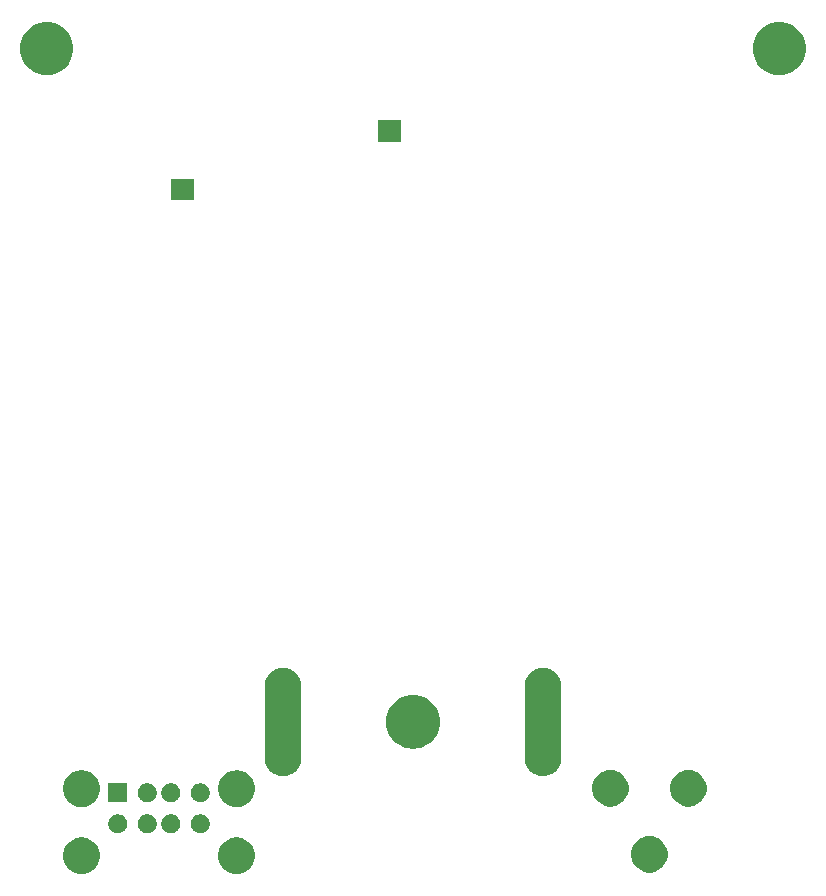
<source format=gbs>
G04 #@! TF.GenerationSoftware,KiCad,Pcbnew,(5.1.2)-2*
G04 #@! TF.CreationDate,2019-06-29T18:25:01+02:00*
G04 #@! TF.ProjectId,Milwaukee_USB_charger,4d696c77-6175-46b6-9565-5f5553425f63,rev?*
G04 #@! TF.SameCoordinates,Original*
G04 #@! TF.FileFunction,Soldermask,Bot*
G04 #@! TF.FilePolarity,Negative*
%FSLAX46Y46*%
G04 Gerber Fmt 4.6, Leading zero omitted, Abs format (unit mm)*
G04 Created by KiCad (PCBNEW (5.1.2)-2) date 2019-06-29 18:25:01*
%MOMM*%
%LPD*%
G04 APERTURE LIST*
%ADD10C,0.100000*%
G04 APERTURE END LIST*
D10*
G36*
X85372585Y-105808802D02*
G01*
X85522410Y-105838604D01*
X85804674Y-105955521D01*
X86058705Y-106125259D01*
X86274741Y-106341295D01*
X86444479Y-106595326D01*
X86561396Y-106877590D01*
X86621000Y-107177240D01*
X86621000Y-107482760D01*
X86561396Y-107782410D01*
X86444479Y-108064674D01*
X86274741Y-108318705D01*
X86058705Y-108534741D01*
X85804674Y-108704479D01*
X85522410Y-108821396D01*
X85372585Y-108851198D01*
X85222761Y-108881000D01*
X84917239Y-108881000D01*
X84767415Y-108851198D01*
X84617590Y-108821396D01*
X84335326Y-108704479D01*
X84081295Y-108534741D01*
X83865259Y-108318705D01*
X83695521Y-108064674D01*
X83578604Y-107782410D01*
X83519000Y-107482760D01*
X83519000Y-107177240D01*
X83578604Y-106877590D01*
X83695521Y-106595326D01*
X83865259Y-106341295D01*
X84081295Y-106125259D01*
X84335326Y-105955521D01*
X84617590Y-105838604D01*
X84767415Y-105808802D01*
X84917239Y-105779000D01*
X85222761Y-105779000D01*
X85372585Y-105808802D01*
X85372585Y-105808802D01*
G37*
G36*
X72232585Y-105808802D02*
G01*
X72382410Y-105838604D01*
X72664674Y-105955521D01*
X72918705Y-106125259D01*
X73134741Y-106341295D01*
X73304479Y-106595326D01*
X73421396Y-106877590D01*
X73481000Y-107177240D01*
X73481000Y-107482760D01*
X73421396Y-107782410D01*
X73304479Y-108064674D01*
X73134741Y-108318705D01*
X72918705Y-108534741D01*
X72664674Y-108704479D01*
X72382410Y-108821396D01*
X72232585Y-108851198D01*
X72082761Y-108881000D01*
X71777239Y-108881000D01*
X71627415Y-108851198D01*
X71477590Y-108821396D01*
X71195326Y-108704479D01*
X70941295Y-108534741D01*
X70725259Y-108318705D01*
X70555521Y-108064674D01*
X70438604Y-107782410D01*
X70379000Y-107482760D01*
X70379000Y-107177240D01*
X70438604Y-106877590D01*
X70555521Y-106595326D01*
X70725259Y-106341295D01*
X70941295Y-106125259D01*
X71195326Y-105955521D01*
X71477590Y-105838604D01*
X71627415Y-105808802D01*
X71777239Y-105779000D01*
X72082761Y-105779000D01*
X72232585Y-105808802D01*
X72232585Y-105808802D01*
G37*
G36*
X120302585Y-105678802D02*
G01*
X120452410Y-105708604D01*
X120734674Y-105825521D01*
X120988705Y-105995259D01*
X121204741Y-106211295D01*
X121374479Y-106465326D01*
X121491396Y-106747590D01*
X121551000Y-107047240D01*
X121551000Y-107352760D01*
X121491396Y-107652410D01*
X121374479Y-107934674D01*
X121204741Y-108188705D01*
X120988705Y-108404741D01*
X120734674Y-108574479D01*
X120452410Y-108691396D01*
X120386637Y-108704479D01*
X120152761Y-108751000D01*
X119847239Y-108751000D01*
X119613363Y-108704479D01*
X119547590Y-108691396D01*
X119265326Y-108574479D01*
X119011295Y-108404741D01*
X118795259Y-108188705D01*
X118625521Y-107934674D01*
X118508604Y-107652410D01*
X118449000Y-107352760D01*
X118449000Y-107047240D01*
X118508604Y-106747590D01*
X118625521Y-106465326D01*
X118795259Y-106211295D01*
X119011295Y-105995259D01*
X119265326Y-105825521D01*
X119547590Y-105708604D01*
X119697415Y-105678802D01*
X119847239Y-105649000D01*
X120152761Y-105649000D01*
X120302585Y-105678802D01*
X120302585Y-105678802D01*
G37*
G36*
X82233642Y-103849781D02*
G01*
X82379414Y-103910162D01*
X82379416Y-103910163D01*
X82510608Y-103997822D01*
X82622178Y-104109392D01*
X82709837Y-104240584D01*
X82709838Y-104240586D01*
X82770219Y-104386358D01*
X82801000Y-104541107D01*
X82801000Y-104698893D01*
X82770219Y-104853642D01*
X82709838Y-104999414D01*
X82709837Y-104999416D01*
X82622178Y-105130608D01*
X82510608Y-105242178D01*
X82379416Y-105329837D01*
X82379415Y-105329838D01*
X82379414Y-105329838D01*
X82233642Y-105390219D01*
X82078893Y-105421000D01*
X81921107Y-105421000D01*
X81766358Y-105390219D01*
X81620586Y-105329838D01*
X81620585Y-105329838D01*
X81620584Y-105329837D01*
X81489392Y-105242178D01*
X81377822Y-105130608D01*
X81290163Y-104999416D01*
X81290162Y-104999414D01*
X81229781Y-104853642D01*
X81199000Y-104698893D01*
X81199000Y-104541107D01*
X81229781Y-104386358D01*
X81290162Y-104240586D01*
X81290163Y-104240584D01*
X81377822Y-104109392D01*
X81489392Y-103997822D01*
X81620584Y-103910163D01*
X81620586Y-103910162D01*
X81766358Y-103849781D01*
X81921107Y-103819000D01*
X82078893Y-103819000D01*
X82233642Y-103849781D01*
X82233642Y-103849781D01*
G37*
G36*
X79733642Y-103849781D02*
G01*
X79879414Y-103910162D01*
X79879416Y-103910163D01*
X80010608Y-103997822D01*
X80122178Y-104109392D01*
X80209837Y-104240584D01*
X80209838Y-104240586D01*
X80270219Y-104386358D01*
X80301000Y-104541107D01*
X80301000Y-104698893D01*
X80270219Y-104853642D01*
X80209838Y-104999414D01*
X80209837Y-104999416D01*
X80122178Y-105130608D01*
X80010608Y-105242178D01*
X79879416Y-105329837D01*
X79879415Y-105329838D01*
X79879414Y-105329838D01*
X79733642Y-105390219D01*
X79578893Y-105421000D01*
X79421107Y-105421000D01*
X79266358Y-105390219D01*
X79120586Y-105329838D01*
X79120585Y-105329838D01*
X79120584Y-105329837D01*
X78989392Y-105242178D01*
X78877822Y-105130608D01*
X78790163Y-104999416D01*
X78790162Y-104999414D01*
X78729781Y-104853642D01*
X78699000Y-104698893D01*
X78699000Y-104541107D01*
X78729781Y-104386358D01*
X78790162Y-104240586D01*
X78790163Y-104240584D01*
X78877822Y-104109392D01*
X78989392Y-103997822D01*
X79120584Y-103910163D01*
X79120586Y-103910162D01*
X79266358Y-103849781D01*
X79421107Y-103819000D01*
X79578893Y-103819000D01*
X79733642Y-103849781D01*
X79733642Y-103849781D01*
G37*
G36*
X77733642Y-103849781D02*
G01*
X77879414Y-103910162D01*
X77879416Y-103910163D01*
X78010608Y-103997822D01*
X78122178Y-104109392D01*
X78209837Y-104240584D01*
X78209838Y-104240586D01*
X78270219Y-104386358D01*
X78301000Y-104541107D01*
X78301000Y-104698893D01*
X78270219Y-104853642D01*
X78209838Y-104999414D01*
X78209837Y-104999416D01*
X78122178Y-105130608D01*
X78010608Y-105242178D01*
X77879416Y-105329837D01*
X77879415Y-105329838D01*
X77879414Y-105329838D01*
X77733642Y-105390219D01*
X77578893Y-105421000D01*
X77421107Y-105421000D01*
X77266358Y-105390219D01*
X77120586Y-105329838D01*
X77120585Y-105329838D01*
X77120584Y-105329837D01*
X76989392Y-105242178D01*
X76877822Y-105130608D01*
X76790163Y-104999416D01*
X76790162Y-104999414D01*
X76729781Y-104853642D01*
X76699000Y-104698893D01*
X76699000Y-104541107D01*
X76729781Y-104386358D01*
X76790162Y-104240586D01*
X76790163Y-104240584D01*
X76877822Y-104109392D01*
X76989392Y-103997822D01*
X77120584Y-103910163D01*
X77120586Y-103910162D01*
X77266358Y-103849781D01*
X77421107Y-103819000D01*
X77578893Y-103819000D01*
X77733642Y-103849781D01*
X77733642Y-103849781D01*
G37*
G36*
X75233642Y-103849781D02*
G01*
X75379414Y-103910162D01*
X75379416Y-103910163D01*
X75510608Y-103997822D01*
X75622178Y-104109392D01*
X75709837Y-104240584D01*
X75709838Y-104240586D01*
X75770219Y-104386358D01*
X75801000Y-104541107D01*
X75801000Y-104698893D01*
X75770219Y-104853642D01*
X75709838Y-104999414D01*
X75709837Y-104999416D01*
X75622178Y-105130608D01*
X75510608Y-105242178D01*
X75379416Y-105329837D01*
X75379415Y-105329838D01*
X75379414Y-105329838D01*
X75233642Y-105390219D01*
X75078893Y-105421000D01*
X74921107Y-105421000D01*
X74766358Y-105390219D01*
X74620586Y-105329838D01*
X74620585Y-105329838D01*
X74620584Y-105329837D01*
X74489392Y-105242178D01*
X74377822Y-105130608D01*
X74290163Y-104999416D01*
X74290162Y-104999414D01*
X74229781Y-104853642D01*
X74199000Y-104698893D01*
X74199000Y-104541107D01*
X74229781Y-104386358D01*
X74290162Y-104240586D01*
X74290163Y-104240584D01*
X74377822Y-104109392D01*
X74489392Y-103997822D01*
X74620584Y-103910163D01*
X74620586Y-103910162D01*
X74766358Y-103849781D01*
X74921107Y-103819000D01*
X75078893Y-103819000D01*
X75233642Y-103849781D01*
X75233642Y-103849781D01*
G37*
G36*
X85331371Y-100120604D02*
G01*
X85522410Y-100158604D01*
X85804674Y-100275521D01*
X86058705Y-100445259D01*
X86274741Y-100661295D01*
X86444479Y-100915326D01*
X86561396Y-101197590D01*
X86621000Y-101497240D01*
X86621000Y-101802760D01*
X86561396Y-102102410D01*
X86444479Y-102384674D01*
X86274741Y-102638705D01*
X86058705Y-102854741D01*
X85804674Y-103024479D01*
X85522410Y-103141396D01*
X85413799Y-103163000D01*
X85222761Y-103201000D01*
X84917239Y-103201000D01*
X84726201Y-103163000D01*
X84617590Y-103141396D01*
X84335326Y-103024479D01*
X84081295Y-102854741D01*
X83865259Y-102638705D01*
X83695521Y-102384674D01*
X83578604Y-102102410D01*
X83519000Y-101802760D01*
X83519000Y-101497240D01*
X83578604Y-101197590D01*
X83695521Y-100915326D01*
X83865259Y-100661295D01*
X84081295Y-100445259D01*
X84335326Y-100275521D01*
X84617590Y-100158604D01*
X84808629Y-100120604D01*
X84917239Y-100099000D01*
X85222761Y-100099000D01*
X85331371Y-100120604D01*
X85331371Y-100120604D01*
G37*
G36*
X72191371Y-100120604D02*
G01*
X72382410Y-100158604D01*
X72664674Y-100275521D01*
X72918705Y-100445259D01*
X73134741Y-100661295D01*
X73304479Y-100915326D01*
X73421396Y-101197590D01*
X73481000Y-101497240D01*
X73481000Y-101802760D01*
X73421396Y-102102410D01*
X73304479Y-102384674D01*
X73134741Y-102638705D01*
X72918705Y-102854741D01*
X72664674Y-103024479D01*
X72382410Y-103141396D01*
X72273799Y-103163000D01*
X72082761Y-103201000D01*
X71777239Y-103201000D01*
X71586201Y-103163000D01*
X71477590Y-103141396D01*
X71195326Y-103024479D01*
X70941295Y-102854741D01*
X70725259Y-102638705D01*
X70555521Y-102384674D01*
X70438604Y-102102410D01*
X70379000Y-101802760D01*
X70379000Y-101497240D01*
X70438604Y-101197590D01*
X70555521Y-100915326D01*
X70725259Y-100661295D01*
X70941295Y-100445259D01*
X71195326Y-100275521D01*
X71477590Y-100158604D01*
X71668629Y-100120604D01*
X71777239Y-100099000D01*
X72082761Y-100099000D01*
X72191371Y-100120604D01*
X72191371Y-100120604D01*
G37*
G36*
X123604585Y-100090802D02*
G01*
X123754410Y-100120604D01*
X124036674Y-100237521D01*
X124290705Y-100407259D01*
X124506741Y-100623295D01*
X124676479Y-100877326D01*
X124793396Y-101159590D01*
X124793396Y-101159591D01*
X124853000Y-101459239D01*
X124853000Y-101764761D01*
X124852682Y-101766358D01*
X124793396Y-102064410D01*
X124676479Y-102346674D01*
X124506741Y-102600705D01*
X124290705Y-102816741D01*
X124036674Y-102986479D01*
X123754410Y-103103396D01*
X123604585Y-103133198D01*
X123454761Y-103163000D01*
X123149239Y-103163000D01*
X122999415Y-103133198D01*
X122849590Y-103103396D01*
X122567326Y-102986479D01*
X122313295Y-102816741D01*
X122097259Y-102600705D01*
X121927521Y-102346674D01*
X121810604Y-102064410D01*
X121751318Y-101766358D01*
X121751000Y-101764761D01*
X121751000Y-101459239D01*
X121810604Y-101159591D01*
X121810604Y-101159590D01*
X121927521Y-100877326D01*
X122097259Y-100623295D01*
X122313295Y-100407259D01*
X122567326Y-100237521D01*
X122849590Y-100120604D01*
X122999415Y-100090802D01*
X123149239Y-100061000D01*
X123454761Y-100061000D01*
X123604585Y-100090802D01*
X123604585Y-100090802D01*
G37*
G36*
X117000585Y-100090802D02*
G01*
X117150410Y-100120604D01*
X117432674Y-100237521D01*
X117686705Y-100407259D01*
X117902741Y-100623295D01*
X118072479Y-100877326D01*
X118189396Y-101159590D01*
X118189396Y-101159591D01*
X118249000Y-101459239D01*
X118249000Y-101764761D01*
X118248682Y-101766358D01*
X118189396Y-102064410D01*
X118072479Y-102346674D01*
X117902741Y-102600705D01*
X117686705Y-102816741D01*
X117432674Y-102986479D01*
X117150410Y-103103396D01*
X117000585Y-103133198D01*
X116850761Y-103163000D01*
X116545239Y-103163000D01*
X116395415Y-103133198D01*
X116245590Y-103103396D01*
X115963326Y-102986479D01*
X115709295Y-102816741D01*
X115493259Y-102600705D01*
X115323521Y-102346674D01*
X115206604Y-102064410D01*
X115147318Y-101766358D01*
X115147000Y-101764761D01*
X115147000Y-101459239D01*
X115206604Y-101159591D01*
X115206604Y-101159590D01*
X115323521Y-100877326D01*
X115493259Y-100623295D01*
X115709295Y-100407259D01*
X115963326Y-100237521D01*
X116245590Y-100120604D01*
X116395415Y-100090802D01*
X116545239Y-100061000D01*
X116850761Y-100061000D01*
X117000585Y-100090802D01*
X117000585Y-100090802D01*
G37*
G36*
X82233642Y-101229781D02*
G01*
X82379414Y-101290162D01*
X82379416Y-101290163D01*
X82510608Y-101377822D01*
X82622178Y-101489392D01*
X82709837Y-101620584D01*
X82709838Y-101620586D01*
X82770219Y-101766358D01*
X82801000Y-101921107D01*
X82801000Y-102078893D01*
X82770219Y-102233642D01*
X82723400Y-102346672D01*
X82709837Y-102379416D01*
X82622178Y-102510608D01*
X82510608Y-102622178D01*
X82379416Y-102709837D01*
X82379415Y-102709838D01*
X82379414Y-102709838D01*
X82233642Y-102770219D01*
X82078893Y-102801000D01*
X81921107Y-102801000D01*
X81766358Y-102770219D01*
X81620586Y-102709838D01*
X81620585Y-102709838D01*
X81620584Y-102709837D01*
X81489392Y-102622178D01*
X81377822Y-102510608D01*
X81290163Y-102379416D01*
X81276600Y-102346672D01*
X81229781Y-102233642D01*
X81199000Y-102078893D01*
X81199000Y-101921107D01*
X81229781Y-101766358D01*
X81290162Y-101620586D01*
X81290163Y-101620584D01*
X81377822Y-101489392D01*
X81489392Y-101377822D01*
X81620584Y-101290163D01*
X81620586Y-101290162D01*
X81766358Y-101229781D01*
X81921107Y-101199000D01*
X82078893Y-101199000D01*
X82233642Y-101229781D01*
X82233642Y-101229781D01*
G37*
G36*
X75801000Y-102801000D02*
G01*
X74199000Y-102801000D01*
X74199000Y-101199000D01*
X75801000Y-101199000D01*
X75801000Y-102801000D01*
X75801000Y-102801000D01*
G37*
G36*
X77733642Y-101229781D02*
G01*
X77879414Y-101290162D01*
X77879416Y-101290163D01*
X78010608Y-101377822D01*
X78122178Y-101489392D01*
X78209837Y-101620584D01*
X78209838Y-101620586D01*
X78270219Y-101766358D01*
X78301000Y-101921107D01*
X78301000Y-102078893D01*
X78270219Y-102233642D01*
X78223400Y-102346672D01*
X78209837Y-102379416D01*
X78122178Y-102510608D01*
X78010608Y-102622178D01*
X77879416Y-102709837D01*
X77879415Y-102709838D01*
X77879414Y-102709838D01*
X77733642Y-102770219D01*
X77578893Y-102801000D01*
X77421107Y-102801000D01*
X77266358Y-102770219D01*
X77120586Y-102709838D01*
X77120585Y-102709838D01*
X77120584Y-102709837D01*
X76989392Y-102622178D01*
X76877822Y-102510608D01*
X76790163Y-102379416D01*
X76776600Y-102346672D01*
X76729781Y-102233642D01*
X76699000Y-102078893D01*
X76699000Y-101921107D01*
X76729781Y-101766358D01*
X76790162Y-101620586D01*
X76790163Y-101620584D01*
X76877822Y-101489392D01*
X76989392Y-101377822D01*
X77120584Y-101290163D01*
X77120586Y-101290162D01*
X77266358Y-101229781D01*
X77421107Y-101199000D01*
X77578893Y-101199000D01*
X77733642Y-101229781D01*
X77733642Y-101229781D01*
G37*
G36*
X79733642Y-101229781D02*
G01*
X79879414Y-101290162D01*
X79879416Y-101290163D01*
X80010608Y-101377822D01*
X80122178Y-101489392D01*
X80209837Y-101620584D01*
X80209838Y-101620586D01*
X80270219Y-101766358D01*
X80301000Y-101921107D01*
X80301000Y-102078893D01*
X80270219Y-102233642D01*
X80223400Y-102346672D01*
X80209837Y-102379416D01*
X80122178Y-102510608D01*
X80010608Y-102622178D01*
X79879416Y-102709837D01*
X79879415Y-102709838D01*
X79879414Y-102709838D01*
X79733642Y-102770219D01*
X79578893Y-102801000D01*
X79421107Y-102801000D01*
X79266358Y-102770219D01*
X79120586Y-102709838D01*
X79120585Y-102709838D01*
X79120584Y-102709837D01*
X78989392Y-102622178D01*
X78877822Y-102510608D01*
X78790163Y-102379416D01*
X78776600Y-102346672D01*
X78729781Y-102233642D01*
X78699000Y-102078893D01*
X78699000Y-101921107D01*
X78729781Y-101766358D01*
X78790162Y-101620586D01*
X78790163Y-101620584D01*
X78877822Y-101489392D01*
X78989392Y-101377822D01*
X79120584Y-101290163D01*
X79120586Y-101290162D01*
X79266358Y-101229781D01*
X79421107Y-101199000D01*
X79578893Y-101199000D01*
X79733642Y-101229781D01*
X79733642Y-101229781D01*
G37*
G36*
X89304049Y-91431442D02*
G01*
X89596414Y-91520130D01*
X89596416Y-91520131D01*
X89865858Y-91664150D01*
X90102029Y-91857971D01*
X90295850Y-92094142D01*
X90439869Y-92363584D01*
X90439870Y-92363586D01*
X90528558Y-92655951D01*
X90528558Y-92655953D01*
X90551000Y-92883809D01*
X90551000Y-99192760D01*
X90491396Y-99492410D01*
X90374479Y-99774674D01*
X90204741Y-100028705D01*
X89988705Y-100244741D01*
X89734674Y-100414479D01*
X89452410Y-100531396D01*
X89302585Y-100561198D01*
X89152761Y-100591000D01*
X88847239Y-100591000D01*
X88697415Y-100561198D01*
X88547590Y-100531396D01*
X88265326Y-100414479D01*
X88011295Y-100244741D01*
X87795259Y-100028705D01*
X87625521Y-99774674D01*
X87508604Y-99492410D01*
X87449000Y-99192760D01*
X87449000Y-93784011D01*
X87449001Y-93784001D01*
X87449001Y-92883809D01*
X87471443Y-92655953D01*
X87471443Y-92655951D01*
X87560131Y-92363586D01*
X87560132Y-92363584D01*
X87704151Y-92094142D01*
X87897972Y-91857971D01*
X88134143Y-91664150D01*
X88403585Y-91520131D01*
X88403587Y-91520130D01*
X88695952Y-91431442D01*
X89000000Y-91401496D01*
X89304049Y-91431442D01*
X89304049Y-91431442D01*
G37*
G36*
X111304049Y-91431442D02*
G01*
X111596414Y-91520130D01*
X111596416Y-91520131D01*
X111865858Y-91664150D01*
X112102029Y-91857971D01*
X112295850Y-92094142D01*
X112439869Y-92363584D01*
X112439870Y-92363586D01*
X112528558Y-92655951D01*
X112528558Y-92655953D01*
X112551000Y-92883809D01*
X112551000Y-99192760D01*
X112491396Y-99492410D01*
X112374479Y-99774674D01*
X112204741Y-100028705D01*
X111988705Y-100244741D01*
X111734674Y-100414479D01*
X111452410Y-100531396D01*
X111302585Y-100561198D01*
X111152761Y-100591000D01*
X110847239Y-100591000D01*
X110697415Y-100561198D01*
X110547590Y-100531396D01*
X110265326Y-100414479D01*
X110011295Y-100244741D01*
X109795259Y-100028705D01*
X109625521Y-99774674D01*
X109508604Y-99492410D01*
X109449000Y-99192760D01*
X109449000Y-93784011D01*
X109449001Y-93784001D01*
X109449001Y-92883809D01*
X109471443Y-92655953D01*
X109471443Y-92655951D01*
X109560131Y-92363586D01*
X109560132Y-92363584D01*
X109704151Y-92094142D01*
X109897972Y-91857971D01*
X110134143Y-91664150D01*
X110403585Y-91520131D01*
X110403587Y-91520130D01*
X110695952Y-91431442D01*
X111000000Y-91401496D01*
X111304049Y-91431442D01*
X111304049Y-91431442D01*
G37*
G36*
X100275880Y-93759776D02*
G01*
X100656593Y-93835504D01*
X101066249Y-94005189D01*
X101434929Y-94251534D01*
X101748466Y-94565071D01*
X101994811Y-94933751D01*
X102164496Y-95343407D01*
X102251000Y-95778296D01*
X102251000Y-96221704D01*
X102164496Y-96656593D01*
X101994811Y-97066249D01*
X101748466Y-97434929D01*
X101434929Y-97748466D01*
X101066249Y-97994811D01*
X100656593Y-98164496D01*
X100275880Y-98240224D01*
X100221705Y-98251000D01*
X99778295Y-98251000D01*
X99724120Y-98240224D01*
X99343407Y-98164496D01*
X98933751Y-97994811D01*
X98565071Y-97748466D01*
X98251534Y-97434929D01*
X98005189Y-97066249D01*
X97835504Y-96656593D01*
X97749000Y-96221704D01*
X97749000Y-95778296D01*
X97835504Y-95343407D01*
X98005189Y-94933751D01*
X98251534Y-94565071D01*
X98565071Y-94251534D01*
X98933751Y-94005189D01*
X99343407Y-93835504D01*
X99724120Y-93759776D01*
X99778295Y-93749000D01*
X100221705Y-93749000D01*
X100275880Y-93759776D01*
X100275880Y-93759776D01*
G37*
G36*
X81491000Y-51791000D02*
G01*
X79509000Y-51791000D01*
X79509000Y-50009000D01*
X81491000Y-50009000D01*
X81491000Y-51791000D01*
X81491000Y-51791000D01*
G37*
G36*
X99026759Y-46857239D02*
G01*
X97044759Y-46857239D01*
X97044759Y-45075239D01*
X99026759Y-45075239D01*
X99026759Y-46857239D01*
X99026759Y-46857239D01*
G37*
G36*
X131275880Y-36759776D02*
G01*
X131656593Y-36835504D01*
X132066249Y-37005189D01*
X132434929Y-37251534D01*
X132748466Y-37565071D01*
X132994811Y-37933751D01*
X133164496Y-38343407D01*
X133251000Y-38778296D01*
X133251000Y-39221704D01*
X133164496Y-39656593D01*
X132994811Y-40066249D01*
X132748466Y-40434929D01*
X132434929Y-40748466D01*
X132066249Y-40994811D01*
X131656593Y-41164496D01*
X131275880Y-41240224D01*
X131221705Y-41251000D01*
X130778295Y-41251000D01*
X130724120Y-41240224D01*
X130343407Y-41164496D01*
X129933751Y-40994811D01*
X129565071Y-40748466D01*
X129251534Y-40434929D01*
X129005189Y-40066249D01*
X128835504Y-39656593D01*
X128749000Y-39221704D01*
X128749000Y-38778296D01*
X128835504Y-38343407D01*
X129005189Y-37933751D01*
X129251534Y-37565071D01*
X129565071Y-37251534D01*
X129933751Y-37005189D01*
X130343407Y-36835504D01*
X130724120Y-36759776D01*
X130778295Y-36749000D01*
X131221705Y-36749000D01*
X131275880Y-36759776D01*
X131275880Y-36759776D01*
G37*
G36*
X69275880Y-36759776D02*
G01*
X69656593Y-36835504D01*
X70066249Y-37005189D01*
X70434929Y-37251534D01*
X70748466Y-37565071D01*
X70994811Y-37933751D01*
X71164496Y-38343407D01*
X71251000Y-38778296D01*
X71251000Y-39221704D01*
X71164496Y-39656593D01*
X70994811Y-40066249D01*
X70748466Y-40434929D01*
X70434929Y-40748466D01*
X70066249Y-40994811D01*
X69656593Y-41164496D01*
X69275880Y-41240224D01*
X69221705Y-41251000D01*
X68778295Y-41251000D01*
X68724120Y-41240224D01*
X68343407Y-41164496D01*
X67933751Y-40994811D01*
X67565071Y-40748466D01*
X67251534Y-40434929D01*
X67005189Y-40066249D01*
X66835504Y-39656593D01*
X66749000Y-39221704D01*
X66749000Y-38778296D01*
X66835504Y-38343407D01*
X67005189Y-37933751D01*
X67251534Y-37565071D01*
X67565071Y-37251534D01*
X67933751Y-37005189D01*
X68343407Y-36835504D01*
X68724120Y-36759776D01*
X68778295Y-36749000D01*
X69221705Y-36749000D01*
X69275880Y-36759776D01*
X69275880Y-36759776D01*
G37*
M02*

</source>
